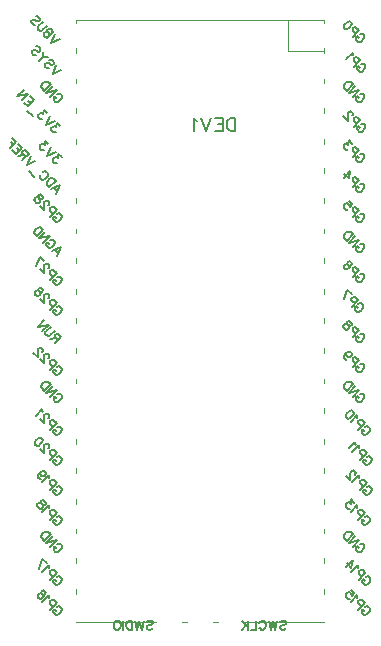
<source format=gbo>
G04 Layer: BottomSilkscreenLayer*
G04 EasyEDA v6.5.1, 2022-08-10 00:04:10*
G04 a67cddfb3fce44daa9051d46cbbcc19f,10*
G04 Gerber Generator version 0.2*
G04 Scale: 100 percent, Rotated: No, Reflected: No *
G04 Dimensions in millimeters *
G04 leading zeros omitted , absolute positions ,4 integer and 5 decimal *
%FSLAX45Y45*%
%MOMM*%

%ADD18C,0.1524*%
%ADD20C,0.1199*%
%ADD21C,0.1501*%

%LPD*%
D18*
X3800002Y9115338D02*
G01*
X3800002Y9006235D01*
X3800002Y9115338D02*
G01*
X3763634Y9115338D01*
X3748046Y9110144D01*
X3737658Y9099753D01*
X3732461Y9089362D01*
X3727267Y9073774D01*
X3727267Y9047797D01*
X3732461Y9032212D01*
X3737658Y9021820D01*
X3748046Y9011429D01*
X3763634Y9006235D01*
X3800002Y9006235D01*
X3692977Y9115338D02*
G01*
X3692977Y9006235D01*
X3692977Y9115338D02*
G01*
X3625435Y9115338D01*
X3692977Y9063385D02*
G01*
X3651412Y9063385D01*
X3692977Y9006235D02*
G01*
X3625435Y9006235D01*
X3591145Y9115338D02*
G01*
X3549581Y9006235D01*
X3508016Y9115338D02*
G01*
X3549581Y9006235D01*
X3473726Y9094556D02*
G01*
X3463338Y9099753D01*
X3447750Y9115338D01*
X3447750Y9006235D01*
D21*
X4863505Y9574974D02*
G01*
X4871410Y9577489D01*
X4881465Y9577489D01*
X4889370Y9574974D01*
X4899606Y9564735D01*
X4902121Y9556833D01*
X4902121Y9546775D01*
X4899606Y9538873D01*
X4894397Y9528634D01*
X4881465Y9515703D01*
X4871229Y9510496D01*
X4863505Y9508159D01*
X4853269Y9507981D01*
X4845545Y9510674D01*
X4835309Y9520913D01*
X4832614Y9528634D01*
X4832794Y9538873D01*
X4835128Y9546597D01*
X4842852Y9554319D01*
X4855784Y9541388D02*
G01*
X4842852Y9554319D01*
X4859555Y9604789D02*
G01*
X4805494Y9550727D01*
X4859555Y9604789D02*
G01*
X4836386Y9627956D01*
X4825969Y9632985D01*
X4820940Y9632985D01*
X4813038Y9630470D01*
X4805314Y9622749D01*
X4802979Y9615025D01*
X4802799Y9609818D01*
X4808009Y9599579D01*
X4831176Y9576412D01*
X4796154Y9647354D02*
G01*
X4793640Y9655258D01*
X4793640Y9670704D01*
X4739579Y9616643D01*
X4863505Y9065958D02*
G01*
X4871410Y9068473D01*
X4881465Y9068473D01*
X4889370Y9065958D01*
X4899606Y9055719D01*
X4902121Y9047817D01*
X4902121Y9037759D01*
X4899606Y9029857D01*
X4894397Y9019618D01*
X4881465Y9006687D01*
X4871229Y9001480D01*
X4863505Y8999143D01*
X4853269Y8998965D01*
X4845545Y9001658D01*
X4835309Y9011897D01*
X4832614Y9019618D01*
X4832794Y9029857D01*
X4835128Y9037581D01*
X4842852Y9045303D01*
X4855784Y9032372D02*
G01*
X4842852Y9045303D01*
X4859555Y9095773D02*
G01*
X4805494Y9041711D01*
X4859555Y9095773D02*
G01*
X4836386Y9118940D01*
X4825969Y9123969D01*
X4820940Y9123969D01*
X4813038Y9121454D01*
X4805314Y9113733D01*
X4802979Y9106009D01*
X4802799Y9100802D01*
X4808009Y9090563D01*
X4831176Y9067396D01*
X4790945Y9138518D02*
G01*
X4793460Y9141033D01*
X4796154Y9148754D01*
X4796154Y9153784D01*
X4793640Y9161688D01*
X4783401Y9171924D01*
X4775499Y9174439D01*
X4770470Y9174439D01*
X4762748Y9171744D01*
X4757719Y9166717D01*
X4755024Y9158993D01*
X4752510Y9146062D01*
X4752510Y9094696D01*
X4716409Y9130794D01*
X4853571Y9827887D02*
G01*
X4861293Y9830579D01*
X4871532Y9830401D01*
X4879253Y9828065D01*
X4889670Y9817648D01*
X4892006Y9809924D01*
X4892184Y9799688D01*
X4889492Y9791964D01*
X4884463Y9781547D01*
X4871532Y9768616D01*
X4861112Y9763587D01*
X4853571Y9761072D01*
X4843152Y9761072D01*
X4835608Y9763587D01*
X4825192Y9774003D01*
X4822677Y9781547D01*
X4822677Y9791964D01*
X4825192Y9799507D01*
X4832916Y9807232D01*
X4845667Y9794478D02*
G01*
X4832916Y9807232D01*
X4849439Y9857879D02*
G01*
X4795377Y9803818D01*
X4849439Y9857879D02*
G01*
X4826271Y9881049D01*
X4816033Y9885898D01*
X4810823Y9886078D01*
X4803101Y9883383D01*
X4795377Y9875662D01*
X4792863Y9868118D01*
X4792863Y9862728D01*
X4797892Y9852672D01*
X4821062Y9829502D01*
X4781008Y9926309D02*
G01*
X4786038Y9915893D01*
X4783523Y9902962D01*
X4773287Y9887694D01*
X4765563Y9879972D01*
X4750117Y9869553D01*
X4737186Y9867038D01*
X4726950Y9872248D01*
X4721920Y9877277D01*
X4716711Y9887513D01*
X4719226Y9900447D01*
X4729642Y9915893D01*
X4737366Y9923614D01*
X4752632Y9933853D01*
X4765563Y9936368D01*
X4775982Y9931339D01*
X4781008Y9926309D01*
X4853571Y8811887D02*
G01*
X4861293Y8814579D01*
X4871532Y8814401D01*
X4879253Y8812065D01*
X4889670Y8801648D01*
X4892006Y8793924D01*
X4892184Y8783688D01*
X4889492Y8775964D01*
X4884463Y8765547D01*
X4871532Y8752616D01*
X4861112Y8747587D01*
X4853571Y8745072D01*
X4843152Y8745072D01*
X4835608Y8747587D01*
X4825192Y8758003D01*
X4822677Y8765547D01*
X4822677Y8775964D01*
X4825192Y8783507D01*
X4832916Y8791232D01*
X4845667Y8778478D02*
G01*
X4832916Y8791232D01*
X4849439Y8841879D02*
G01*
X4795377Y8787818D01*
X4849439Y8841879D02*
G01*
X4826271Y8865049D01*
X4816033Y8869898D01*
X4810823Y8870078D01*
X4803101Y8867383D01*
X4795377Y8859662D01*
X4792863Y8852118D01*
X4792863Y8846728D01*
X4797892Y8836672D01*
X4821062Y8813502D01*
X4791428Y8899893D02*
G01*
X4763048Y8928270D01*
X4757841Y8892169D01*
X4750117Y8899893D01*
X4742573Y8902407D01*
X4737186Y8902407D01*
X4726950Y8897198D01*
X4721920Y8892169D01*
X4716711Y8881932D01*
X4716711Y8871513D01*
X4721920Y8861277D01*
X4729642Y8853553D01*
X4739881Y8848346D01*
X4745088Y8848526D01*
X4752632Y8851038D01*
X4853571Y8557887D02*
G01*
X4861293Y8560579D01*
X4871532Y8560401D01*
X4879253Y8558065D01*
X4889670Y8547648D01*
X4892006Y8539924D01*
X4892184Y8529688D01*
X4889492Y8521964D01*
X4884463Y8511547D01*
X4871532Y8498616D01*
X4861112Y8493587D01*
X4853571Y8491072D01*
X4843152Y8491072D01*
X4835608Y8493587D01*
X4825192Y8504003D01*
X4822677Y8511547D01*
X4822677Y8521964D01*
X4825192Y8529507D01*
X4832916Y8537232D01*
X4845667Y8524478D02*
G01*
X4832916Y8537232D01*
X4849439Y8587879D02*
G01*
X4795377Y8533818D01*
X4849439Y8587879D02*
G01*
X4826271Y8611049D01*
X4816033Y8615898D01*
X4810823Y8616078D01*
X4803101Y8613383D01*
X4795377Y8605662D01*
X4792863Y8598118D01*
X4792863Y8592728D01*
X4797892Y8582672D01*
X4821062Y8559502D01*
X4770772Y8666548D02*
G01*
X4760356Y8604763D01*
X4721920Y8643198D01*
X4770772Y8666548D02*
G01*
X4716711Y8612487D01*
X4853571Y8303887D02*
G01*
X4861293Y8306579D01*
X4871532Y8306401D01*
X4879253Y8304065D01*
X4889670Y8293648D01*
X4892006Y8285924D01*
X4892184Y8275688D01*
X4889492Y8267964D01*
X4884463Y8257547D01*
X4871532Y8244616D01*
X4861112Y8239587D01*
X4853571Y8237072D01*
X4843152Y8237072D01*
X4835608Y8239587D01*
X4825192Y8250003D01*
X4822677Y8257547D01*
X4822677Y8267964D01*
X4825192Y8275507D01*
X4832916Y8283232D01*
X4845667Y8270478D02*
G01*
X4832916Y8283232D01*
X4849439Y8333879D02*
G01*
X4795377Y8279818D01*
X4849439Y8333879D02*
G01*
X4826271Y8357049D01*
X4816033Y8361898D01*
X4810823Y8362078D01*
X4803101Y8359383D01*
X4795377Y8351662D01*
X4792863Y8344118D01*
X4792863Y8338728D01*
X4797892Y8328672D01*
X4821062Y8305502D01*
X4765743Y8417575D02*
G01*
X4791428Y8391893D01*
X4770772Y8366208D01*
X4770772Y8371238D01*
X4765563Y8381476D01*
X4757841Y8389198D01*
X4747602Y8394407D01*
X4737186Y8394407D01*
X4726950Y8389198D01*
X4721920Y8384169D01*
X4716711Y8373932D01*
X4716711Y8363513D01*
X4721920Y8353277D01*
X4729642Y8345553D01*
X4739881Y8340346D01*
X4745088Y8340526D01*
X4752632Y8343038D01*
X4853571Y7795887D02*
G01*
X4861293Y7798579D01*
X4871532Y7798401D01*
X4879253Y7796065D01*
X4889670Y7785648D01*
X4892006Y7777924D01*
X4892184Y7767688D01*
X4889492Y7759964D01*
X4884463Y7749547D01*
X4871532Y7736616D01*
X4861112Y7731587D01*
X4853571Y7729072D01*
X4843152Y7729072D01*
X4835608Y7731587D01*
X4825192Y7742003D01*
X4822677Y7749547D01*
X4822677Y7759964D01*
X4825192Y7767507D01*
X4832916Y7775232D01*
X4845667Y7762478D02*
G01*
X4832916Y7775232D01*
X4849439Y7825879D02*
G01*
X4795377Y7771818D01*
X4849439Y7825879D02*
G01*
X4826271Y7849049D01*
X4816033Y7853898D01*
X4810823Y7854078D01*
X4803101Y7851383D01*
X4795377Y7843662D01*
X4792863Y7836118D01*
X4792863Y7830728D01*
X4797892Y7820672D01*
X4821062Y7797502D01*
X4758019Y7901853D02*
G01*
X4765563Y7904368D01*
X4775982Y7899339D01*
X4781008Y7894309D01*
X4786038Y7883893D01*
X4783523Y7870962D01*
X4773287Y7855694D01*
X4760356Y7842763D01*
X4747602Y7835038D01*
X4737186Y7835038D01*
X4726950Y7840248D01*
X4724435Y7842763D01*
X4719226Y7853001D01*
X4719406Y7863238D01*
X4724435Y7873654D01*
X4726950Y7876169D01*
X4737366Y7881198D01*
X4747602Y7881378D01*
X4757841Y7876169D01*
X4760356Y7873654D01*
X4765563Y7863418D01*
X4765563Y7853001D01*
X4760356Y7842763D01*
X4843472Y7545034D02*
G01*
X4851374Y7547549D01*
X4861433Y7547549D01*
X4869157Y7544854D01*
X4879393Y7534617D01*
X4882088Y7526893D01*
X4882268Y7516657D01*
X4879573Y7508933D01*
X4874364Y7498697D01*
X4861433Y7485766D01*
X4851196Y7480556D01*
X4843652Y7478041D01*
X4833236Y7478041D01*
X4825512Y7480736D01*
X4815276Y7490973D01*
X4812581Y7498697D01*
X4812761Y7508933D01*
X4815095Y7516657D01*
X4822817Y7524379D01*
X4835751Y7511448D02*
G01*
X4822817Y7524379D01*
X4839342Y7574668D02*
G01*
X4785461Y7520787D01*
X4839342Y7574668D02*
G01*
X4816172Y7597838D01*
X4805936Y7603048D01*
X4800907Y7603048D01*
X4793002Y7600533D01*
X4785281Y7592809D01*
X4782947Y7585087D01*
X4782766Y7579878D01*
X4787976Y7569639D01*
X4811143Y7546472D01*
X4750437Y7663573D02*
G01*
X4722238Y7584008D01*
X4786358Y7627653D02*
G01*
X4750437Y7663573D01*
X4853571Y7287887D02*
G01*
X4861293Y7290579D01*
X4871532Y7290401D01*
X4879253Y7288065D01*
X4889670Y7277648D01*
X4892006Y7269924D01*
X4892184Y7259688D01*
X4889492Y7251964D01*
X4884463Y7241547D01*
X4871532Y7228616D01*
X4861112Y7223587D01*
X4853571Y7221072D01*
X4843152Y7221072D01*
X4835608Y7223587D01*
X4825192Y7234003D01*
X4822677Y7241547D01*
X4822677Y7251964D01*
X4825192Y7259507D01*
X4832916Y7267232D01*
X4845667Y7254478D02*
G01*
X4832916Y7267232D01*
X4849439Y7317879D02*
G01*
X4795377Y7263818D01*
X4849439Y7317879D02*
G01*
X4826271Y7341049D01*
X4816033Y7345898D01*
X4810823Y7346078D01*
X4803101Y7343383D01*
X4795377Y7335662D01*
X4792863Y7328118D01*
X4792863Y7322728D01*
X4797892Y7312672D01*
X4821062Y7289502D01*
X4783703Y7383614D02*
G01*
X4788733Y7373198D01*
X4786218Y7365654D01*
X4781008Y7360447D01*
X4773287Y7357752D01*
X4765563Y7360447D01*
X4752812Y7368169D01*
X4742395Y7373198D01*
X4732157Y7373378D01*
X4724435Y7370683D01*
X4716711Y7362962D01*
X4714196Y7355418D01*
X4714196Y7350028D01*
X4719406Y7339792D01*
X4729642Y7329553D01*
X4739881Y7324346D01*
X4745088Y7324526D01*
X4752632Y7327038D01*
X4760356Y7334763D01*
X4763048Y7342487D01*
X4762870Y7352723D01*
X4757841Y7363139D01*
X4750117Y7375893D01*
X4747602Y7383437D01*
X4750117Y7391339D01*
X4755327Y7396548D01*
X4763048Y7398882D01*
X4773467Y7393853D01*
X4783703Y7383614D01*
X4853551Y7033892D02*
G01*
X4861275Y7036587D01*
X4871514Y7036407D01*
X4879235Y7034072D01*
X4889652Y7023656D01*
X4891989Y7015932D01*
X4892166Y7005695D01*
X4889474Y6997971D01*
X4884445Y6987555D01*
X4871692Y6974804D01*
X4861275Y6969775D01*
X4853551Y6967080D01*
X4843134Y6967080D01*
X4835591Y6969594D01*
X4825174Y6980011D01*
X4822659Y6987555D01*
X4822659Y6997971D01*
X4825354Y7005695D01*
X4833076Y7013417D01*
X4845829Y7000666D02*
G01*
X4833076Y7013417D01*
X4849421Y7063887D02*
G01*
X4795359Y7009825D01*
X4849421Y7063887D02*
G01*
X4826251Y7087057D01*
X4816015Y7091906D01*
X4810805Y7092086D01*
X4803084Y7089391D01*
X4795359Y7081669D01*
X4792845Y7074126D01*
X4792845Y7068736D01*
X4797874Y7058680D01*
X4821044Y7035510D01*
X4744890Y7132137D02*
G01*
X4739863Y7121720D01*
X4739863Y7111662D01*
X4745070Y7101425D01*
X4747585Y7098911D01*
X4757823Y7093701D01*
X4768060Y7093521D01*
X4778298Y7098731D01*
X4780991Y7101425D01*
X4786200Y7111662D01*
X4786020Y7121900D01*
X4780991Y7132317D01*
X4778476Y7134832D01*
X4768060Y7139861D01*
X4758001Y7139861D01*
X4744890Y7132137D01*
X4732139Y7119386D01*
X4721903Y7103760D01*
X4719208Y7091006D01*
X4724415Y7080770D01*
X4729624Y7075561D01*
X4739863Y7070354D01*
X4747585Y7073046D01*
X4901582Y6503299D02*
G01*
X4909306Y6505991D01*
X4919545Y6505813D01*
X4927447Y6503299D01*
X4937683Y6493060D01*
X4940020Y6485338D01*
X4940198Y6475100D01*
X4937506Y6467375D01*
X4932476Y6456959D01*
X4919545Y6444028D01*
X4909126Y6438999D01*
X4901582Y6436484D01*
X4891166Y6436484D01*
X4883622Y6438999D01*
X4873386Y6449237D01*
X4870691Y6456959D01*
X4870691Y6467375D01*
X4873205Y6474919D01*
X4880930Y6482643D01*
X4893861Y6469712D02*
G01*
X4880930Y6482643D01*
X4897452Y6533291D02*
G01*
X4843391Y6479230D01*
X4897452Y6533291D02*
G01*
X4874463Y6556281D01*
X4864046Y6561310D01*
X4858837Y6561490D01*
X4851115Y6558795D01*
X4843391Y6551074D01*
X4840876Y6543530D01*
X4840876Y6538140D01*
X4846086Y6527904D01*
X4869075Y6504914D01*
X4834051Y6575859D02*
G01*
X4831717Y6583580D01*
X4831717Y6599026D01*
X4777656Y6544965D01*
X4799208Y6631536D02*
G01*
X4804237Y6621119D01*
X4801722Y6608188D01*
X4791486Y6592920D01*
X4783762Y6585198D01*
X4768316Y6574779D01*
X4755385Y6572267D01*
X4745146Y6577474D01*
X4740120Y6582503D01*
X4734910Y6592742D01*
X4737425Y6605673D01*
X4747841Y6621119D01*
X4755565Y6628841D01*
X4770831Y6639079D01*
X4783762Y6641594D01*
X4794178Y6636565D01*
X4799208Y6631536D01*
X4916098Y6249388D02*
G01*
X4924000Y6251902D01*
X4934059Y6251902D01*
X4941961Y6249388D01*
X4952199Y6239149D01*
X4954714Y6231247D01*
X4954894Y6221011D01*
X4952199Y6213287D01*
X4946990Y6203050D01*
X4934059Y6190117D01*
X4923823Y6184910D01*
X4916279Y6182395D01*
X4905862Y6182395D01*
X4898138Y6185090D01*
X4887902Y6195326D01*
X4885207Y6203050D01*
X4885387Y6213287D01*
X4887722Y6221011D01*
X4895443Y6228732D01*
X4908377Y6215801D02*
G01*
X4895443Y6228732D01*
X4912146Y6279202D02*
G01*
X4858087Y6225141D01*
X4912146Y6279202D02*
G01*
X4888979Y6302372D01*
X4878562Y6307401D01*
X4873533Y6307401D01*
X4865629Y6304887D01*
X4857907Y6297162D01*
X4855573Y6289438D01*
X4855392Y6284231D01*
X4860602Y6273993D01*
X4883769Y6250825D01*
X4848748Y6321767D02*
G01*
X4846233Y6329672D01*
X4846233Y6345118D01*
X4792172Y6291056D01*
X4818933Y6351582D02*
G01*
X4816419Y6359486D01*
X4816419Y6374932D01*
X4762357Y6320871D01*
X4916098Y5995388D02*
G01*
X4924000Y5997902D01*
X4934059Y5997902D01*
X4941961Y5995388D01*
X4952199Y5985149D01*
X4954714Y5977247D01*
X4954894Y5967011D01*
X4952199Y5959287D01*
X4946990Y5949050D01*
X4934059Y5936117D01*
X4923823Y5930910D01*
X4916279Y5928395D01*
X4905862Y5928395D01*
X4898138Y5931090D01*
X4887902Y5941326D01*
X4885207Y5949050D01*
X4885387Y5959287D01*
X4887722Y5967011D01*
X4895443Y5974732D01*
X4908377Y5961801D02*
G01*
X4895443Y5974732D01*
X4912146Y6025202D02*
G01*
X4858087Y5971141D01*
X4912146Y6025202D02*
G01*
X4888979Y6048372D01*
X4878562Y6053401D01*
X4873533Y6053401D01*
X4865629Y6050887D01*
X4857907Y6043162D01*
X4855573Y6035438D01*
X4855392Y6030231D01*
X4860602Y6019993D01*
X4883769Y5996825D01*
X4848748Y6067767D02*
G01*
X4846233Y6075672D01*
X4846233Y6091118D01*
X4792172Y6037056D01*
X4813904Y6097582D02*
G01*
X4816419Y6100097D01*
X4818933Y6108001D01*
X4818933Y6113028D01*
X4816419Y6120932D01*
X4806180Y6131168D01*
X4798278Y6133683D01*
X4793249Y6133683D01*
X4785525Y6130991D01*
X4780498Y6125961D01*
X4777803Y6118237D01*
X4775288Y6105306D01*
X4775288Y6053940D01*
X4739187Y6090041D01*
X4901582Y5741299D02*
G01*
X4909306Y5743991D01*
X4919545Y5743813D01*
X4927447Y5741299D01*
X4937683Y5731060D01*
X4940020Y5723338D01*
X4940198Y5713100D01*
X4937506Y5705375D01*
X4932476Y5694959D01*
X4919545Y5682028D01*
X4909126Y5676999D01*
X4901582Y5674484D01*
X4891166Y5674484D01*
X4883622Y5676999D01*
X4873386Y5687237D01*
X4870691Y5694959D01*
X4870691Y5705375D01*
X4873205Y5712919D01*
X4880930Y5720643D01*
X4893861Y5707712D02*
G01*
X4880930Y5720643D01*
X4897452Y5771291D02*
G01*
X4843391Y5717230D01*
X4897452Y5771291D02*
G01*
X4874463Y5794281D01*
X4864046Y5799310D01*
X4858837Y5799490D01*
X4851115Y5796795D01*
X4843391Y5789074D01*
X4840876Y5781530D01*
X4840876Y5776140D01*
X4846086Y5765904D01*
X4869075Y5742914D01*
X4834051Y5813859D02*
G01*
X4831717Y5821580D01*
X4831717Y5837026D01*
X4777656Y5782965D01*
X4809627Y5859119D02*
G01*
X4781247Y5887496D01*
X4776040Y5851395D01*
X4768316Y5859119D01*
X4760772Y5861634D01*
X4755385Y5861634D01*
X4745146Y5856424D01*
X4740120Y5851395D01*
X4734910Y5841159D01*
X4734910Y5830742D01*
X4740120Y5820503D01*
X4747841Y5812779D01*
X4758080Y5807572D01*
X4763287Y5807753D01*
X4770831Y5810267D01*
X4906162Y5233316D02*
G01*
X4913886Y5236009D01*
X4924122Y5235831D01*
X4932027Y5233316D01*
X4942263Y5223078D01*
X4944778Y5215176D01*
X4944778Y5205117D01*
X4942085Y5197396D01*
X4937056Y5186977D01*
X4924122Y5174046D01*
X4913706Y5169016D01*
X4906162Y5166502D01*
X4895926Y5166324D01*
X4888202Y5169016D01*
X4877965Y5179255D01*
X4875270Y5186977D01*
X4875270Y5197396D01*
X4877785Y5204937D01*
X4885509Y5212661D01*
X4898440Y5199730D02*
G01*
X4885509Y5212661D01*
X4902212Y5263131D02*
G01*
X4848151Y5209070D01*
X4902212Y5263131D02*
G01*
X4879042Y5286298D01*
X4868626Y5291328D01*
X4863416Y5291508D01*
X4855695Y5288813D01*
X4847970Y5281091D01*
X4845456Y5273547D01*
X4845456Y5268160D01*
X4850665Y5257921D01*
X4873833Y5234752D01*
X4838811Y5305696D02*
G01*
X4836297Y5313598D01*
X4836297Y5329044D01*
X4782235Y5274985D01*
X4793551Y5371792D02*
G01*
X4783134Y5310007D01*
X4744697Y5348442D01*
X4793551Y5371792D02*
G01*
X4739490Y5317731D01*
X4901582Y4979299D02*
G01*
X4909306Y4981991D01*
X4919545Y4981813D01*
X4927447Y4979299D01*
X4937683Y4969060D01*
X4940020Y4961338D01*
X4940198Y4951100D01*
X4937506Y4943375D01*
X4932476Y4932959D01*
X4919545Y4920028D01*
X4909126Y4914999D01*
X4901582Y4912484D01*
X4891166Y4912484D01*
X4883622Y4914999D01*
X4873386Y4925237D01*
X4870691Y4932959D01*
X4870691Y4943375D01*
X4873205Y4950919D01*
X4880930Y4958643D01*
X4893861Y4945712D02*
G01*
X4880930Y4958643D01*
X4897452Y5009291D02*
G01*
X4843391Y4955230D01*
X4897452Y5009291D02*
G01*
X4874463Y5032281D01*
X4864046Y5037310D01*
X4858837Y5037490D01*
X4851115Y5034795D01*
X4843391Y5027074D01*
X4840876Y5019530D01*
X4840876Y5014140D01*
X4846086Y5003904D01*
X4869075Y4980914D01*
X4834051Y5051859D02*
G01*
X4831717Y5059580D01*
X4831717Y5075026D01*
X4777656Y5020965D01*
X4783942Y5122801D02*
G01*
X4809627Y5097119D01*
X4788971Y5071435D01*
X4788971Y5076464D01*
X4783762Y5086703D01*
X4776040Y5094424D01*
X4765802Y5099634D01*
X4755385Y5099634D01*
X4745146Y5094424D01*
X4740120Y5089395D01*
X4734910Y5079159D01*
X4734910Y5068742D01*
X4740120Y5058503D01*
X4747841Y5050779D01*
X4758080Y5045572D01*
X4763287Y5045753D01*
X4770831Y5048267D01*
X2290739Y4979352D02*
G01*
X2298644Y4981867D01*
X2308699Y4981867D01*
X2316604Y4979352D01*
X2326840Y4969113D01*
X2329355Y4961211D01*
X2329355Y4951153D01*
X2326840Y4943251D01*
X2321631Y4933012D01*
X2308699Y4920081D01*
X2298463Y4914874D01*
X2290739Y4912537D01*
X2280503Y4912360D01*
X2272779Y4915052D01*
X2262543Y4925291D01*
X2259848Y4933012D01*
X2260028Y4943251D01*
X2262362Y4950975D01*
X2270086Y4958697D01*
X2283018Y4945766D02*
G01*
X2270086Y4958697D01*
X2286789Y5009167D02*
G01*
X2232728Y4955105D01*
X2286789Y5009167D02*
G01*
X2263620Y5032334D01*
X2253203Y5037363D01*
X2248174Y5037363D01*
X2240272Y5034848D01*
X2232548Y5027127D01*
X2230213Y5019403D01*
X2230033Y5014196D01*
X2235243Y5003957D01*
X2258410Y4980790D01*
X2223388Y5051732D02*
G01*
X2220874Y5059636D01*
X2220874Y5075082D01*
X2166813Y5021021D01*
X2165375Y5115133D02*
G01*
X2172919Y5117647D01*
X2183335Y5112618D01*
X2188545Y5107411D01*
X2193574Y5096992D01*
X2190879Y5084241D01*
X2180821Y5068796D01*
X2167890Y5055864D01*
X2154958Y5048321D01*
X2144720Y5048140D01*
X2134483Y5053350D01*
X2131788Y5056042D01*
X2126581Y5066281D01*
X2126759Y5076517D01*
X2131969Y5086756D01*
X2134483Y5089270D01*
X2144720Y5094478D01*
X2154958Y5094658D01*
X2165195Y5089448D01*
X2167890Y5086756D01*
X2173099Y5076517D01*
X2172919Y5066281D01*
X2167890Y5055864D01*
X2290739Y5233352D02*
G01*
X2298644Y5235867D01*
X2308699Y5235867D01*
X2316604Y5233352D01*
X2326840Y5223113D01*
X2329355Y5215211D01*
X2329355Y5205153D01*
X2326840Y5197251D01*
X2321631Y5187012D01*
X2308699Y5174081D01*
X2298463Y5168874D01*
X2290739Y5166537D01*
X2280503Y5166360D01*
X2272779Y5169052D01*
X2262543Y5179291D01*
X2259848Y5187012D01*
X2260028Y5197251D01*
X2262362Y5204975D01*
X2270086Y5212697D01*
X2283018Y5199766D02*
G01*
X2270086Y5212697D01*
X2286789Y5263167D02*
G01*
X2232728Y5209105D01*
X2286789Y5263167D02*
G01*
X2263620Y5286334D01*
X2253203Y5291363D01*
X2248174Y5291363D01*
X2240272Y5288848D01*
X2232548Y5281127D01*
X2230213Y5273403D01*
X2230033Y5268196D01*
X2235243Y5257957D01*
X2258410Y5234790D01*
X2223388Y5305732D02*
G01*
X2220874Y5313636D01*
X2220874Y5329082D01*
X2166813Y5275021D01*
X2167890Y5382064D02*
G01*
X2139513Y5302321D01*
X2203991Y5345963D02*
G01*
X2167890Y5382064D01*
X2290739Y5741352D02*
G01*
X2298644Y5743867D01*
X2308699Y5743867D01*
X2316604Y5741352D01*
X2326840Y5731113D01*
X2329355Y5723211D01*
X2329355Y5713153D01*
X2326840Y5705251D01*
X2321631Y5695012D01*
X2308699Y5682081D01*
X2298463Y5676874D01*
X2290739Y5674537D01*
X2280503Y5674360D01*
X2272779Y5677052D01*
X2262543Y5687291D01*
X2259848Y5695012D01*
X2260028Y5705251D01*
X2262362Y5712975D01*
X2270086Y5720697D01*
X2283018Y5707766D02*
G01*
X2270086Y5720697D01*
X2286789Y5771167D02*
G01*
X2232728Y5717105D01*
X2286789Y5771167D02*
G01*
X2263620Y5794334D01*
X2253203Y5799363D01*
X2248174Y5799363D01*
X2240272Y5796848D01*
X2232548Y5789127D01*
X2230213Y5781403D01*
X2230033Y5776196D01*
X2235243Y5765957D01*
X2258410Y5742790D01*
X2223388Y5813732D02*
G01*
X2220874Y5821636D01*
X2220874Y5837082D01*
X2166813Y5783021D01*
X2191059Y5866897D02*
G01*
X2196089Y5856478D01*
X2193574Y5848936D01*
X2188364Y5843727D01*
X2180643Y5841032D01*
X2172919Y5843727D01*
X2160168Y5851448D01*
X2149749Y5856478D01*
X2139693Y5856478D01*
X2131788Y5853963D01*
X2124067Y5846241D01*
X2121730Y5838517D01*
X2121552Y5833310D01*
X2126759Y5823071D01*
X2136998Y5812835D01*
X2147234Y5807626D01*
X2152444Y5807806D01*
X2160168Y5810140D01*
X2167890Y5817864D01*
X2170404Y5825766D01*
X2170404Y5835825D01*
X2165375Y5846241D01*
X2157473Y5859172D01*
X2154958Y5866716D01*
X2157653Y5874438D01*
X2162860Y5879647D01*
X2170404Y5882162D01*
X2180821Y5877133D01*
X2191059Y5866897D01*
X2290739Y5995352D02*
G01*
X2298644Y5997867D01*
X2308699Y5997867D01*
X2316604Y5995352D01*
X2326840Y5985113D01*
X2329355Y5977211D01*
X2329355Y5967153D01*
X2326840Y5959251D01*
X2321631Y5949012D01*
X2308699Y5936081D01*
X2298463Y5930874D01*
X2290739Y5928537D01*
X2280503Y5928360D01*
X2272779Y5931052D01*
X2262543Y5941291D01*
X2259848Y5949012D01*
X2260028Y5959251D01*
X2262362Y5966975D01*
X2270086Y5974697D01*
X2283018Y5961766D02*
G01*
X2270086Y5974697D01*
X2286789Y6025167D02*
G01*
X2232728Y5971105D01*
X2286789Y6025167D02*
G01*
X2263620Y6048334D01*
X2253203Y6053363D01*
X2248174Y6053363D01*
X2240272Y6050848D01*
X2232548Y6043127D01*
X2230213Y6035403D01*
X2230033Y6030196D01*
X2235243Y6019957D01*
X2258410Y5996790D01*
X2223388Y6067732D02*
G01*
X2220874Y6075636D01*
X2220874Y6091082D01*
X2166813Y6037021D01*
X2152444Y6123231D02*
G01*
X2147234Y6112992D01*
X2147234Y6102936D01*
X2152263Y6092517D01*
X2154958Y6089825D01*
X2165375Y6084796D01*
X2175433Y6084796D01*
X2185850Y6089825D01*
X2188545Y6092517D01*
X2193574Y6102936D01*
X2193574Y6112992D01*
X2188545Y6123411D01*
X2185850Y6126104D01*
X2175433Y6131133D01*
X2165375Y6131133D01*
X2152444Y6123231D01*
X2139693Y6110478D01*
X2129274Y6095032D01*
X2126581Y6082281D01*
X2131788Y6072042D01*
X2136998Y6066835D01*
X2147234Y6061626D01*
X2154958Y6064321D01*
X2290739Y6249352D02*
G01*
X2298644Y6251867D01*
X2308699Y6251867D01*
X2316604Y6249352D01*
X2326840Y6239113D01*
X2329355Y6231211D01*
X2329355Y6221153D01*
X2326840Y6213251D01*
X2321631Y6203012D01*
X2308699Y6190081D01*
X2298463Y6184874D01*
X2290739Y6182537D01*
X2280503Y6182360D01*
X2272779Y6185052D01*
X2262543Y6195291D01*
X2259848Y6203012D01*
X2260028Y6213251D01*
X2262362Y6220975D01*
X2270086Y6228697D01*
X2283018Y6215766D02*
G01*
X2270086Y6228697D01*
X2286789Y6279167D02*
G01*
X2232728Y6225105D01*
X2286789Y6279167D02*
G01*
X2263620Y6302334D01*
X2253203Y6307363D01*
X2248174Y6307363D01*
X2240272Y6304848D01*
X2232548Y6297127D01*
X2230213Y6289403D01*
X2230033Y6284196D01*
X2235243Y6273957D01*
X2258410Y6250790D01*
X2218179Y6321912D02*
G01*
X2220694Y6324427D01*
X2223388Y6332148D01*
X2223388Y6337178D01*
X2220874Y6345082D01*
X2210635Y6355318D01*
X2202733Y6357833D01*
X2197704Y6357833D01*
X2189982Y6355138D01*
X2184953Y6350111D01*
X2182258Y6342387D01*
X2179744Y6329456D01*
X2179744Y6278090D01*
X2143643Y6314188D01*
X2165375Y6400579D02*
G01*
X2170404Y6390162D01*
X2167709Y6377411D01*
X2157653Y6361963D01*
X2149929Y6354241D01*
X2134303Y6344003D01*
X2121552Y6341310D01*
X2111314Y6346517D01*
X2106107Y6351727D01*
X2100897Y6361963D01*
X2103592Y6374716D01*
X2113828Y6390342D01*
X2121552Y6398064D01*
X2136998Y6408122D01*
X2149749Y6410817D01*
X2160168Y6405788D01*
X2165375Y6400579D01*
X2290739Y6502336D02*
G01*
X2298644Y6504851D01*
X2308699Y6504851D01*
X2316604Y6502336D01*
X2326840Y6492097D01*
X2329355Y6484195D01*
X2329355Y6474137D01*
X2326840Y6466235D01*
X2321631Y6455996D01*
X2308699Y6443065D01*
X2298463Y6437858D01*
X2290739Y6435521D01*
X2280503Y6435344D01*
X2272779Y6438036D01*
X2262543Y6448275D01*
X2259848Y6455996D01*
X2260028Y6466235D01*
X2262362Y6473959D01*
X2270086Y6481681D01*
X2283018Y6468750D02*
G01*
X2270086Y6481681D01*
X2286789Y6532151D02*
G01*
X2232728Y6478089D01*
X2286789Y6532151D02*
G01*
X2263620Y6555318D01*
X2253203Y6560347D01*
X2248174Y6560347D01*
X2240272Y6557832D01*
X2232548Y6550111D01*
X2230213Y6542387D01*
X2230033Y6537180D01*
X2235243Y6526941D01*
X2258410Y6503774D01*
X2218179Y6574896D02*
G01*
X2220694Y6577411D01*
X2223388Y6585132D01*
X2223388Y6590162D01*
X2220874Y6598066D01*
X2210635Y6608302D01*
X2202733Y6610817D01*
X2197704Y6610817D01*
X2189982Y6608122D01*
X2184953Y6603095D01*
X2182258Y6595371D01*
X2179744Y6582440D01*
X2179744Y6531074D01*
X2143643Y6567172D01*
X2170404Y6627700D02*
G01*
X2167890Y6635602D01*
X2167890Y6651048D01*
X2113828Y6596987D01*
X2290739Y7011352D02*
G01*
X2298644Y7013867D01*
X2308699Y7013867D01*
X2316604Y7011352D01*
X2326840Y7001113D01*
X2329355Y6993211D01*
X2329355Y6983153D01*
X2326840Y6975251D01*
X2321631Y6965012D01*
X2308699Y6952081D01*
X2298463Y6946874D01*
X2290739Y6944537D01*
X2280503Y6944360D01*
X2272779Y6947052D01*
X2262543Y6957291D01*
X2259848Y6965012D01*
X2260028Y6975251D01*
X2262362Y6982975D01*
X2270086Y6990697D01*
X2283018Y6977766D02*
G01*
X2270086Y6990697D01*
X2286789Y7041167D02*
G01*
X2232728Y6987105D01*
X2286789Y7041167D02*
G01*
X2263620Y7064334D01*
X2253203Y7069363D01*
X2248174Y7069363D01*
X2240272Y7066848D01*
X2232548Y7059127D01*
X2230213Y7051403D01*
X2230033Y7046196D01*
X2235243Y7035957D01*
X2258410Y7012790D01*
X2218179Y7083912D02*
G01*
X2220694Y7086427D01*
X2223388Y7094148D01*
X2223388Y7099178D01*
X2220874Y7107082D01*
X2210635Y7117318D01*
X2202733Y7119833D01*
X2197704Y7119833D01*
X2189982Y7117138D01*
X2184953Y7112111D01*
X2182258Y7104387D01*
X2179744Y7091456D01*
X2179744Y7040090D01*
X2143643Y7076188D01*
X2165195Y7136897D02*
G01*
X2167709Y7139411D01*
X2170404Y7147133D01*
X2170404Y7152162D01*
X2167890Y7160064D01*
X2157653Y7170303D01*
X2149749Y7172817D01*
X2144720Y7172817D01*
X2136998Y7170122D01*
X2131969Y7165093D01*
X2129274Y7157372D01*
X2126759Y7144438D01*
X2126759Y7093071D01*
X2090661Y7129172D01*
X2325029Y7262309D02*
G01*
X2270968Y7208248D01*
X2325029Y7262309D02*
G01*
X2301859Y7285479D01*
X2291443Y7290508D01*
X2286414Y7290508D01*
X2278692Y7287813D01*
X2273663Y7282784D01*
X2270968Y7275062D01*
X2270968Y7270033D01*
X2275997Y7259617D01*
X2299167Y7236447D01*
X2281207Y7254407D02*
G01*
X2235047Y7244171D01*
X2272045Y7315293D02*
G01*
X2233432Y7276678D01*
X2223193Y7271471D01*
X2212776Y7271471D01*
X2202538Y7276678D01*
X2197508Y7281707D01*
X2192301Y7291946D01*
X2192301Y7302362D01*
X2197508Y7312599D01*
X2236124Y7351214D01*
X2219063Y7368278D02*
G01*
X2165002Y7314217D01*
X2219063Y7368278D02*
G01*
X2129081Y7350137D01*
X2183142Y7404199D02*
G01*
X2129081Y7350137D01*
X2290739Y7519352D02*
G01*
X2298644Y7521867D01*
X2308699Y7521867D01*
X2316604Y7519352D01*
X2326840Y7509113D01*
X2329355Y7501211D01*
X2329355Y7491153D01*
X2326840Y7483251D01*
X2321631Y7473012D01*
X2308699Y7460081D01*
X2298463Y7454874D01*
X2290739Y7452537D01*
X2280503Y7452360D01*
X2272779Y7455052D01*
X2262543Y7465291D01*
X2259848Y7473012D01*
X2260028Y7483251D01*
X2262362Y7490975D01*
X2270086Y7498697D01*
X2283018Y7485766D02*
G01*
X2270086Y7498697D01*
X2286789Y7549167D02*
G01*
X2232728Y7495105D01*
X2286789Y7549167D02*
G01*
X2263620Y7572334D01*
X2253203Y7577363D01*
X2248174Y7577363D01*
X2240272Y7574848D01*
X2232548Y7567127D01*
X2230213Y7559403D01*
X2230033Y7554196D01*
X2235243Y7543957D01*
X2258410Y7520790D01*
X2218179Y7591912D02*
G01*
X2220694Y7594427D01*
X2223388Y7602148D01*
X2223388Y7607178D01*
X2220874Y7615082D01*
X2210635Y7625318D01*
X2202733Y7627833D01*
X2197704Y7627833D01*
X2189982Y7625138D01*
X2184953Y7620111D01*
X2182258Y7612387D01*
X2179744Y7599456D01*
X2179744Y7548090D01*
X2143643Y7584188D01*
X2142208Y7678303D02*
G01*
X2149749Y7680817D01*
X2160168Y7675788D01*
X2165375Y7670579D01*
X2170404Y7660162D01*
X2167709Y7647411D01*
X2157653Y7631963D01*
X2144720Y7619032D01*
X2131788Y7611488D01*
X2121552Y7611310D01*
X2111314Y7616517D01*
X2108799Y7619032D01*
X2103592Y7629270D01*
X2103592Y7639687D01*
X2108799Y7649923D01*
X2111314Y7652438D01*
X2121552Y7657647D01*
X2131969Y7657647D01*
X2142208Y7652438D01*
X2144720Y7649923D01*
X2149929Y7639687D01*
X2149749Y7629448D01*
X2144720Y7619032D01*
X2290739Y7772336D02*
G01*
X2298644Y7774851D01*
X2308699Y7774851D01*
X2316604Y7772336D01*
X2326840Y7762097D01*
X2329355Y7754195D01*
X2329355Y7744137D01*
X2326840Y7736235D01*
X2321631Y7725996D01*
X2308699Y7713065D01*
X2298463Y7707858D01*
X2290739Y7705521D01*
X2280503Y7705344D01*
X2272779Y7708036D01*
X2262543Y7718275D01*
X2259848Y7725996D01*
X2260028Y7736235D01*
X2262362Y7743959D01*
X2270086Y7751681D01*
X2283018Y7738750D02*
G01*
X2270086Y7751681D01*
X2286789Y7802151D02*
G01*
X2232728Y7748089D01*
X2286789Y7802151D02*
G01*
X2263620Y7825318D01*
X2253203Y7830347D01*
X2248174Y7830347D01*
X2240272Y7827832D01*
X2232548Y7820111D01*
X2230213Y7812387D01*
X2230033Y7807180D01*
X2235243Y7796941D01*
X2258410Y7773774D01*
X2218179Y7844896D02*
G01*
X2220694Y7847411D01*
X2223388Y7855132D01*
X2223388Y7860162D01*
X2220874Y7868066D01*
X2210635Y7878302D01*
X2202733Y7880817D01*
X2197704Y7880817D01*
X2189982Y7878122D01*
X2184953Y7873095D01*
X2182258Y7865371D01*
X2179744Y7852440D01*
X2179744Y7801074D01*
X2143643Y7837172D01*
X2144720Y7944218D02*
G01*
X2116523Y7864294D01*
X2180821Y7908117D02*
G01*
X2144720Y7944218D01*
X2290739Y8306752D02*
G01*
X2298644Y8309267D01*
X2308699Y8309267D01*
X2316604Y8306752D01*
X2326840Y8296513D01*
X2329355Y8288611D01*
X2329355Y8278553D01*
X2326840Y8270651D01*
X2321631Y8260412D01*
X2308699Y8247481D01*
X2298463Y8242274D01*
X2290739Y8239937D01*
X2280503Y8239760D01*
X2272779Y8242452D01*
X2262543Y8252691D01*
X2259848Y8260412D01*
X2260028Y8270651D01*
X2262362Y8278375D01*
X2270086Y8286097D01*
X2283018Y8273166D02*
G01*
X2270086Y8286097D01*
X2286789Y8336567D02*
G01*
X2232728Y8282505D01*
X2286789Y8336567D02*
G01*
X2263620Y8359734D01*
X2253203Y8364763D01*
X2248174Y8364763D01*
X2240272Y8362248D01*
X2232548Y8354527D01*
X2230213Y8346803D01*
X2230033Y8341596D01*
X2235243Y8331357D01*
X2258410Y8308190D01*
X2218179Y8379312D02*
G01*
X2220694Y8381827D01*
X2223388Y8389548D01*
X2223388Y8394578D01*
X2220874Y8402482D01*
X2210635Y8412718D01*
X2202733Y8415233D01*
X2197704Y8415233D01*
X2189982Y8412538D01*
X2184953Y8407511D01*
X2182258Y8399787D01*
X2179744Y8386856D01*
X2179744Y8335490D01*
X2143643Y8371588D01*
X2167890Y8455464D02*
G01*
X2172919Y8445047D01*
X2170404Y8437504D01*
X2165195Y8432297D01*
X2157473Y8429602D01*
X2149929Y8432116D01*
X2136998Y8440018D01*
X2126581Y8445047D01*
X2116523Y8445047D01*
X2108621Y8442533D01*
X2100897Y8434811D01*
X2098563Y8427087D01*
X2098382Y8421878D01*
X2103592Y8411641D01*
X2113828Y8401403D01*
X2124067Y8396196D01*
X2129274Y8396373D01*
X2136998Y8398710D01*
X2144720Y8406432D01*
X2147234Y8414336D01*
X2147234Y8424392D01*
X2142208Y8434811D01*
X2134483Y8447562D01*
X2131788Y8455286D01*
X2134483Y8463008D01*
X2139693Y8468217D01*
X2147234Y8470732D01*
X2157653Y8465703D01*
X2167890Y8455464D01*
X2317399Y8546627D02*
G01*
X2284171Y8472091D01*
X2317399Y8546627D02*
G01*
X2243043Y8513221D01*
X2294409Y8497775D02*
G01*
X2268725Y8523460D01*
X2279860Y8584166D02*
G01*
X2225979Y8530285D01*
X2279860Y8584166D02*
G01*
X2261900Y8602126D01*
X2251664Y8607333D01*
X2241425Y8607513D01*
X2233703Y8604818D01*
X2223465Y8599611D01*
X2210534Y8586680D01*
X2205324Y8576442D01*
X2202809Y8568898D01*
X2202809Y8558481D01*
X2208019Y8548245D01*
X2225979Y8530285D01*
X2175690Y8662832D02*
G01*
X2183414Y8665527D01*
X2193650Y8665347D01*
X2201194Y8662832D01*
X2211433Y8652596D01*
X2214125Y8644872D01*
X2214305Y8634633D01*
X2211611Y8626911D01*
X2206404Y8616673D01*
X2193472Y8603742D01*
X2183234Y8598535D01*
X2175690Y8596020D01*
X2165273Y8596020D01*
X2157549Y8598712D01*
X2147313Y8608951D01*
X2144798Y8616495D01*
X2144798Y8626911D01*
X2147313Y8634455D01*
X2099538Y8620805D02*
G01*
X2053201Y8667142D01*
X2108159Y8755867D02*
G01*
X2033623Y8722641D01*
X2067029Y8796997D02*
G01*
X2033623Y8722641D01*
X2049967Y8814059D02*
G01*
X1996086Y8760178D01*
X2049967Y8814059D02*
G01*
X2026798Y8837228D01*
X2016561Y8842438D01*
X2011532Y8842438D01*
X2003808Y8839743D01*
X1998779Y8834714D01*
X1996086Y8826992D01*
X1996086Y8821963D01*
X2001113Y8811544D01*
X2024283Y8788377D01*
X2006323Y8806337D02*
G01*
X1960163Y8796098D01*
X1996983Y8867043D02*
G01*
X1943102Y8813162D01*
X1996983Y8867043D02*
G01*
X1963577Y8900449D01*
X1971299Y8841359D02*
G01*
X1950824Y8861833D01*
X1943102Y8813162D02*
G01*
X1909696Y8846568D01*
X1946694Y8917332D02*
G01*
X1892813Y8863451D01*
X1946694Y8917332D02*
G01*
X1913288Y8950739D01*
X1921009Y8891648D02*
G01*
X1900356Y8912303D01*
X2329840Y8784318D02*
G01*
X2301460Y8812695D01*
X2296431Y8776774D01*
X2288710Y8784498D01*
X2280986Y8786832D01*
X2275779Y8787013D01*
X2265540Y8781803D01*
X2260333Y8776596D01*
X2255123Y8766357D01*
X2255304Y8756121D01*
X2260333Y8745702D01*
X2268054Y8737980D01*
X2278471Y8732951D01*
X2283500Y8732951D01*
X2291224Y8735646D01*
X2282065Y8832093D02*
G01*
X2207348Y8798687D01*
X2240754Y8873403D02*
G01*
X2207348Y8798687D01*
X2218664Y8895494D02*
G01*
X2190465Y8923693D01*
X2185436Y8887769D01*
X2177714Y8895494D01*
X2169810Y8898008D01*
X2164781Y8898008D01*
X2154364Y8892979D01*
X2149157Y8887769D01*
X2144128Y8877353D01*
X2144128Y8867294D01*
X2149157Y8856878D01*
X2156879Y8849156D01*
X2167295Y8844127D01*
X2172505Y8843947D01*
X2180229Y8846642D01*
X2317686Y9046491D02*
G01*
X2289489Y9074691D01*
X2284280Y9038589D01*
X2276558Y9046314D01*
X2268834Y9049006D01*
X2263805Y9049006D01*
X2253388Y9043977D01*
X2248179Y9038770D01*
X2243152Y9028353D01*
X2243152Y9018295D01*
X2248179Y9007878D01*
X2255903Y9000154D01*
X2266320Y8995125D01*
X2271349Y8995125D01*
X2279251Y8997640D01*
X2269911Y9094266D02*
G01*
X2195197Y9060860D01*
X2228783Y9135397D02*
G01*
X2195197Y9060860D01*
X2206691Y9157489D02*
G01*
X2178314Y9185866D01*
X2173104Y9149765D01*
X2165383Y9157489D01*
X2157658Y9160182D01*
X2152629Y9160182D01*
X2142393Y9154975D01*
X2137183Y9149765D01*
X2131976Y9139529D01*
X2132154Y9129290D01*
X2137183Y9118874D01*
X2144908Y9111150D01*
X2155324Y9106120D01*
X2160353Y9106120D01*
X2168075Y9108815D01*
X2086716Y9133420D02*
G01*
X2040557Y9179580D01*
X2095515Y9268665D02*
G01*
X2041453Y9214604D01*
X2095515Y9268665D02*
G01*
X2062109Y9302071D01*
X2069833Y9242981D02*
G01*
X2049358Y9263456D01*
X2041453Y9214604D02*
G01*
X2008047Y9248010D01*
X2045047Y9319133D02*
G01*
X1990986Y9265071D01*
X2045047Y9319133D02*
G01*
X1955065Y9300992D01*
X2009127Y9355053D02*
G01*
X1955065Y9300992D01*
X2327429Y9525571D02*
G01*
X2253073Y9492165D01*
X2286299Y9566701D02*
G01*
X2253073Y9492165D01*
X2225774Y9612139D02*
G01*
X2236010Y9611961D01*
X2246249Y9606752D01*
X2256485Y9596516D01*
X2261694Y9586277D01*
X2261875Y9576041D01*
X2256665Y9570831D01*
X2248943Y9568136D01*
X2243734Y9568317D01*
X2236190Y9570831D01*
X2215535Y9581070D01*
X2207813Y9583762D01*
X2202604Y9583582D01*
X2194882Y9581248D01*
X2187158Y9573526D01*
X2187158Y9563107D01*
X2192367Y9552871D01*
X2202604Y9542632D01*
X2212842Y9537425D01*
X2223259Y9537425D01*
X2216434Y9636566D02*
G01*
X2170097Y9631537D01*
X2141898Y9603341D01*
X2175304Y9677697D02*
G01*
X2170097Y9631537D01*
X2114778Y9723137D02*
G01*
X2125014Y9722957D01*
X2135073Y9717928D01*
X2145489Y9707511D01*
X2150699Y9697272D01*
X2150699Y9687217D01*
X2145489Y9682007D01*
X2137768Y9679312D01*
X2132738Y9679312D01*
X2125014Y9682007D01*
X2104362Y9692243D01*
X2096818Y9694758D01*
X2091428Y9694758D01*
X2083887Y9692243D01*
X2076162Y9684522D01*
X2076162Y9674105D01*
X2081192Y9664047D01*
X2091608Y9653630D01*
X2101847Y9648421D01*
X2112083Y9648601D01*
X2317567Y9786581D02*
G01*
X2243030Y9752995D01*
X2276436Y9827712D02*
G01*
X2243030Y9752995D01*
X2259553Y9844592D02*
G01*
X2205492Y9790534D01*
X2259553Y9844592D02*
G01*
X2236386Y9867762D01*
X2226147Y9872972D01*
X2220760Y9872972D01*
X2213216Y9870457D01*
X2208006Y9865248D01*
X2205492Y9857704D01*
X2205492Y9852317D01*
X2210701Y9842080D01*
X2233871Y9818911D02*
G01*
X2210701Y9842080D01*
X2200462Y9847287D01*
X2195075Y9847287D01*
X2187531Y9844773D01*
X2179810Y9837051D01*
X2177115Y9829327D01*
X2177295Y9824118D01*
X2182324Y9813701D01*
X2205492Y9790534D01*
X2206571Y9897577D02*
G01*
X2167956Y9858961D01*
X2157539Y9853932D01*
X2147481Y9853932D01*
X2137064Y9858961D01*
X2131855Y9864171D01*
X2126825Y9874587D01*
X2126645Y9884826D01*
X2131855Y9895062D01*
X2170470Y9933678D01*
X2109764Y9978938D02*
G01*
X2120181Y9978938D01*
X2130417Y9973729D01*
X2140656Y9963492D01*
X2145863Y9953254D01*
X2145863Y9942837D01*
X2140656Y9937630D01*
X2132931Y9935293D01*
X2127902Y9935293D01*
X2120000Y9937808D01*
X2099525Y9948227D01*
X2091801Y9950561D01*
X2086594Y9950739D01*
X2078870Y9948047D01*
X2071149Y9940323D01*
X2071326Y9930086D01*
X2076356Y9919670D01*
X2086594Y9909431D01*
X2097011Y9904402D01*
X2107250Y9904221D01*
X4853571Y9319887D02*
G01*
X4861293Y9322579D01*
X4871532Y9322401D01*
X4879253Y9320065D01*
X4889670Y9309648D01*
X4892006Y9301924D01*
X4892184Y9291688D01*
X4889492Y9283964D01*
X4884463Y9273547D01*
X4871532Y9260616D01*
X4861112Y9255587D01*
X4853571Y9253072D01*
X4843152Y9253072D01*
X4835608Y9255587D01*
X4825192Y9266003D01*
X4822677Y9273547D01*
X4822677Y9283964D01*
X4825192Y9291507D01*
X4832916Y9299232D01*
X4845667Y9286478D02*
G01*
X4832916Y9299232D01*
X4849439Y9349879D02*
G01*
X4795377Y9295818D01*
X4849439Y9349879D02*
G01*
X4759457Y9331739D01*
X4813518Y9385800D02*
G01*
X4759457Y9331739D01*
X4796457Y9402864D02*
G01*
X4742395Y9348802D01*
X4796457Y9402864D02*
G01*
X4778494Y9420824D01*
X4768077Y9425853D01*
X4758019Y9425853D01*
X4750117Y9423339D01*
X4739881Y9418129D01*
X4726950Y9405198D01*
X4721740Y9394962D01*
X4719406Y9387238D01*
X4719226Y9377001D01*
X4724435Y9366763D01*
X4742395Y9348802D01*
X4853571Y8049887D02*
G01*
X4861293Y8052579D01*
X4871532Y8052401D01*
X4879253Y8050065D01*
X4889670Y8039648D01*
X4892006Y8031924D01*
X4892184Y8021688D01*
X4889492Y8013964D01*
X4884463Y8003547D01*
X4871532Y7990616D01*
X4861112Y7985587D01*
X4853571Y7983072D01*
X4843152Y7983072D01*
X4835608Y7985587D01*
X4825192Y7996003D01*
X4822677Y8003547D01*
X4822677Y8013964D01*
X4825192Y8021507D01*
X4832916Y8029232D01*
X4845667Y8016478D02*
G01*
X4832916Y8029232D01*
X4849439Y8079879D02*
G01*
X4795377Y8025818D01*
X4849439Y8079879D02*
G01*
X4759457Y8061739D01*
X4813518Y8115800D02*
G01*
X4759457Y8061739D01*
X4796457Y8132864D02*
G01*
X4742395Y8078802D01*
X4796457Y8132864D02*
G01*
X4778494Y8150824D01*
X4768077Y8155853D01*
X4758019Y8155853D01*
X4750117Y8153339D01*
X4739881Y8148129D01*
X4726950Y8135198D01*
X4721740Y8124962D01*
X4719406Y8117238D01*
X4719226Y8107001D01*
X4724435Y8096763D01*
X4742395Y8078802D01*
X4853551Y6779892D02*
G01*
X4861275Y6782587D01*
X4871514Y6782407D01*
X4879235Y6780072D01*
X4889652Y6769656D01*
X4891989Y6761932D01*
X4892166Y6751695D01*
X4889474Y6743971D01*
X4884445Y6733555D01*
X4871692Y6720804D01*
X4861275Y6715775D01*
X4853551Y6713080D01*
X4843134Y6713080D01*
X4835591Y6715594D01*
X4825174Y6726011D01*
X4822659Y6733555D01*
X4822659Y6743971D01*
X4825354Y6751695D01*
X4833076Y6759417D01*
X4845829Y6746666D02*
G01*
X4833076Y6759417D01*
X4849421Y6809887D02*
G01*
X4795359Y6755825D01*
X4849421Y6809887D02*
G01*
X4759439Y6791746D01*
X4813500Y6845808D02*
G01*
X4759439Y6791746D01*
X4796436Y6862871D02*
G01*
X4742378Y6808810D01*
X4796436Y6862871D02*
G01*
X4778476Y6880832D01*
X4768060Y6885861D01*
X4758001Y6885861D01*
X4750099Y6883346D01*
X4739863Y6878137D01*
X4727110Y6865386D01*
X4721903Y6855147D01*
X4719388Y6847245D01*
X4719208Y6837006D01*
X4724415Y6826770D01*
X4742378Y6808810D01*
X4853551Y5509892D02*
G01*
X4861275Y5512587D01*
X4871514Y5512407D01*
X4879235Y5510072D01*
X4889652Y5499656D01*
X4891989Y5491932D01*
X4892166Y5481695D01*
X4889474Y5473971D01*
X4884445Y5463555D01*
X4871692Y5450804D01*
X4861275Y5445775D01*
X4853551Y5443080D01*
X4843134Y5443080D01*
X4835591Y5445594D01*
X4825174Y5456011D01*
X4822659Y5463555D01*
X4822659Y5473971D01*
X4825354Y5481695D01*
X4833076Y5489417D01*
X4845829Y5476666D02*
G01*
X4833076Y5489417D01*
X4849421Y5539887D02*
G01*
X4795359Y5485825D01*
X4849421Y5539887D02*
G01*
X4759439Y5521746D01*
X4813500Y5575807D02*
G01*
X4759439Y5521746D01*
X4796436Y5592871D02*
G01*
X4742378Y5538810D01*
X4796436Y5592871D02*
G01*
X4778476Y5610832D01*
X4768060Y5615861D01*
X4758001Y5615861D01*
X4750099Y5613346D01*
X4739863Y5608137D01*
X4727110Y5595386D01*
X4721903Y5585147D01*
X4719388Y5577245D01*
X4719208Y5567006D01*
X4724415Y5556770D01*
X4742378Y5538810D01*
X2293508Y5509948D02*
G01*
X2301232Y5512640D01*
X2311468Y5512462D01*
X2319373Y5509948D01*
X2329609Y5499709D01*
X2332123Y5491807D01*
X2332123Y5481749D01*
X2329609Y5473847D01*
X2324399Y5463608D01*
X2311648Y5450857D01*
X2301412Y5445648D01*
X2293508Y5443133D01*
X2283272Y5442955D01*
X2275547Y5445648D01*
X2265311Y5455886D01*
X2262616Y5463608D01*
X2262616Y5474027D01*
X2265311Y5481749D01*
X2273033Y5489473D01*
X2285964Y5476542D02*
G01*
X2273033Y5489473D01*
X2289558Y5539762D02*
G01*
X2235497Y5485701D01*
X2289558Y5539762D02*
G01*
X2199396Y5521802D01*
X2253457Y5575863D02*
G01*
X2199396Y5521802D01*
X2236574Y5592744D02*
G01*
X2182512Y5538683D01*
X2236574Y5592744D02*
G01*
X2218433Y5610885D01*
X2208016Y5615914D01*
X2197958Y5615914D01*
X2190236Y5613219D01*
X2179817Y5608190D01*
X2167067Y5595439D01*
X2162037Y5585023D01*
X2159342Y5577298D01*
X2159165Y5567062D01*
X2164372Y5556824D01*
X2182512Y5538683D01*
X2293508Y6779948D02*
G01*
X2301232Y6782640D01*
X2311468Y6782462D01*
X2319373Y6779948D01*
X2329609Y6769709D01*
X2332123Y6761807D01*
X2332123Y6751749D01*
X2329609Y6743847D01*
X2324399Y6733608D01*
X2311648Y6720857D01*
X2301412Y6715648D01*
X2293508Y6713133D01*
X2283272Y6712955D01*
X2275547Y6715648D01*
X2265311Y6725886D01*
X2262616Y6733608D01*
X2262616Y6744027D01*
X2265311Y6751749D01*
X2273033Y6759473D01*
X2285964Y6746542D02*
G01*
X2273033Y6759473D01*
X2289558Y6809762D02*
G01*
X2235497Y6755701D01*
X2289558Y6809762D02*
G01*
X2199396Y6791802D01*
X2253457Y6845863D02*
G01*
X2199396Y6791802D01*
X2236574Y6862744D02*
G01*
X2182512Y6808683D01*
X2236574Y6862744D02*
G01*
X2218433Y6880885D01*
X2208016Y6885914D01*
X2197958Y6885914D01*
X2190236Y6883219D01*
X2179817Y6878190D01*
X2167067Y6865439D01*
X2162037Y6855023D01*
X2159342Y6847298D01*
X2159165Y6837062D01*
X2164372Y6826824D01*
X2182512Y6808683D01*
X2293526Y9319940D02*
G01*
X2301250Y9322633D01*
X2311486Y9322455D01*
X2319390Y9319940D01*
X2329627Y9309701D01*
X2332141Y9301800D01*
X2332141Y9291741D01*
X2329627Y9283839D01*
X2324420Y9273600D01*
X2311486Y9260669D01*
X2301250Y9255462D01*
X2293526Y9253126D01*
X2283289Y9252948D01*
X2275565Y9255640D01*
X2265329Y9265879D01*
X2262634Y9273600D01*
X2262634Y9284020D01*
X2265149Y9291561D01*
X2272873Y9299285D01*
X2285804Y9286354D02*
G01*
X2272873Y9299285D01*
X2289576Y9349755D02*
G01*
X2235514Y9295693D01*
X2289576Y9349755D02*
G01*
X2199413Y9331794D01*
X2253475Y9385856D02*
G01*
X2199413Y9331794D01*
X2236591Y9402737D02*
G01*
X2182530Y9348675D01*
X2236591Y9402737D02*
G01*
X2218451Y9420877D01*
X2208034Y9425906D01*
X2197976Y9425906D01*
X2190254Y9423212D01*
X2179835Y9418185D01*
X2166904Y9405251D01*
X2161875Y9394835D01*
X2159360Y9387291D01*
X2159182Y9377055D01*
X2164389Y9366816D01*
X2182530Y9348675D01*
X2321631Y8022323D02*
G01*
X2288225Y7947606D01*
X2321631Y8022323D02*
G01*
X2247097Y7988736D01*
X2298463Y7973291D02*
G01*
X2272779Y7998975D01*
X2232728Y8085363D02*
G01*
X2240450Y8088058D01*
X2250688Y8087878D01*
X2258410Y8085543D01*
X2268649Y8075307D01*
X2271163Y8067403D01*
X2271341Y8057167D01*
X2268649Y8049442D01*
X2263439Y8039206D01*
X2250508Y8026275D01*
X2240272Y8021065D01*
X2232728Y8018551D01*
X2222309Y8018551D01*
X2214587Y8021246D01*
X2204349Y8031482D01*
X2201834Y8039026D01*
X2201834Y8049442D01*
X2204349Y8056986D01*
X2212073Y8064710D01*
X2224824Y8051957D02*
G01*
X2212073Y8064710D01*
X2228595Y8115358D02*
G01*
X2174534Y8061297D01*
X2228595Y8115358D02*
G01*
X2138613Y8097217D01*
X2192675Y8151279D02*
G01*
X2138613Y8097217D01*
X2175614Y8168342D02*
G01*
X2121552Y8114281D01*
X2175614Y8168342D02*
G01*
X2157653Y8186303D01*
X2147234Y8191332D01*
X2136998Y8191510D01*
X2129274Y8188817D01*
X2119038Y8183608D01*
X2106107Y8170677D01*
X2100897Y8160438D01*
X2098382Y8152897D01*
X2098382Y8142478D01*
X2103592Y8132241D01*
X2121552Y8114281D01*
X4179196Y4849840D02*
G01*
X4186308Y4857206D01*
X4197230Y4860762D01*
X4211708Y4860762D01*
X4222630Y4857206D01*
X4229996Y4849840D01*
X4229996Y4842474D01*
X4226440Y4835362D01*
X4222630Y4831552D01*
X4215518Y4827996D01*
X4193674Y4820630D01*
X4186308Y4817074D01*
X4182752Y4813518D01*
X4179196Y4806152D01*
X4179196Y4795230D01*
X4186308Y4788118D01*
X4197230Y4784308D01*
X4211708Y4784308D01*
X4222630Y4788118D01*
X4229996Y4795230D01*
X4155066Y4860762D02*
G01*
X4136778Y4784308D01*
X4118744Y4860762D02*
G01*
X4136778Y4784308D01*
X4118744Y4860762D02*
G01*
X4100456Y4784308D01*
X4082422Y4860762D02*
G01*
X4100456Y4784308D01*
X4003682Y4842474D02*
G01*
X4007492Y4849840D01*
X4014604Y4857206D01*
X4021970Y4860762D01*
X4036448Y4860762D01*
X4043814Y4857206D01*
X4051180Y4849840D01*
X4054736Y4842474D01*
X4058292Y4831552D01*
X4058292Y4813518D01*
X4054736Y4802596D01*
X4051180Y4795230D01*
X4043814Y4788118D01*
X4036448Y4784308D01*
X4021970Y4784308D01*
X4014604Y4788118D01*
X4007492Y4795230D01*
X4003682Y4802596D01*
X3979806Y4860762D02*
G01*
X3979806Y4784308D01*
X3979806Y4784308D02*
G01*
X3936118Y4784308D01*
X3912242Y4860762D02*
G01*
X3912242Y4784308D01*
X3861188Y4860762D02*
G01*
X3912242Y4809962D01*
X3893954Y4827996D02*
G01*
X3861188Y4784308D01*
X3049150Y4849840D02*
G01*
X3056262Y4857206D01*
X3067184Y4860762D01*
X3081916Y4860762D01*
X3092838Y4857206D01*
X3099950Y4849840D01*
X3099950Y4842474D01*
X3096394Y4835362D01*
X3092838Y4831552D01*
X3085472Y4827996D01*
X3063628Y4820630D01*
X3056262Y4817074D01*
X3052706Y4813518D01*
X3049150Y4806152D01*
X3049150Y4795230D01*
X3056262Y4788118D01*
X3067184Y4784308D01*
X3081916Y4784308D01*
X3092838Y4788118D01*
X3099950Y4795230D01*
X3025020Y4860762D02*
G01*
X3006986Y4784308D01*
X2988698Y4860762D02*
G01*
X3006986Y4784308D01*
X2988698Y4860762D02*
G01*
X2970410Y4784308D01*
X2952376Y4860762D02*
G01*
X2970410Y4784308D01*
X2928246Y4860762D02*
G01*
X2928246Y4784308D01*
X2928246Y4860762D02*
G01*
X2902846Y4860762D01*
X2891924Y4857206D01*
X2884812Y4849840D01*
X2881002Y4842474D01*
X2877446Y4831552D01*
X2877446Y4813518D01*
X2881002Y4802596D01*
X2884812Y4795230D01*
X2891924Y4788118D01*
X2902846Y4784308D01*
X2928246Y4784308D01*
X2853316Y4860762D02*
G01*
X2853316Y4784308D01*
X2807596Y4860762D02*
G01*
X2814962Y4857206D01*
X2822074Y4849840D01*
X2825884Y4842474D01*
X2829440Y4831552D01*
X2829440Y4813518D01*
X2825884Y4802596D01*
X2822074Y4795230D01*
X2814962Y4788118D01*
X2807596Y4784308D01*
X2793118Y4784308D01*
X2785752Y4788118D01*
X2778386Y4795230D01*
X2774830Y4802596D01*
X2771274Y4813518D01*
X2771274Y4831552D01*
X2774830Y4842474D01*
X2778386Y4849840D01*
X2785752Y4857206D01*
X2793118Y4860762D01*
X2807596Y4860762D01*
D20*
X4550011Y9919985D02*
G01*
X4550011Y9949982D01*
X2449990Y9949982D01*
X2449990Y9919985D01*
X3389993Y4849992D02*
G01*
X3349988Y4849992D01*
X3650013Y4849992D02*
G01*
X3610008Y4849992D01*
X2449990Y4849992D02*
G01*
X3129998Y4849992D01*
X2449990Y5889995D02*
G01*
X2449990Y5849990D01*
X2449990Y6659996D02*
G01*
X2449990Y6619991D01*
X2449990Y9199996D02*
G01*
X2449990Y9159991D01*
X2449990Y7670002D02*
G01*
X2449990Y7629997D01*
X2449990Y6150015D02*
G01*
X2449990Y6110010D01*
X2449990Y8180009D02*
G01*
X2449990Y8140004D01*
X2449990Y8689990D02*
G01*
X2449990Y8650010D01*
X2449990Y7419990D02*
G01*
X2449990Y7380010D01*
X2449990Y6910009D02*
G01*
X2449990Y6870004D01*
X2449990Y5389996D02*
G01*
X2449990Y5349991D01*
X2449990Y5130002D02*
G01*
X2449990Y5089997D01*
X2449990Y5640009D02*
G01*
X2449990Y5600004D01*
X2449990Y8940002D02*
G01*
X2449990Y8899997D01*
X2449990Y9710003D02*
G01*
X2449990Y9669998D01*
X2449990Y9450009D02*
G01*
X2449990Y9410004D01*
X2449990Y6400002D02*
G01*
X2449990Y6359997D01*
X2449990Y7170003D02*
G01*
X2449990Y7129998D01*
X2449990Y7929996D02*
G01*
X2449990Y7889991D01*
X2449990Y8440003D02*
G01*
X2449990Y8399998D01*
X4550011Y5130002D02*
G01*
X4550011Y5089997D01*
X4550011Y5389996D02*
G01*
X4550011Y5349991D01*
X4550011Y5640009D02*
G01*
X4550011Y5600004D01*
X4550011Y5889995D02*
G01*
X4550011Y5849990D01*
X4550011Y6150015D02*
G01*
X4550011Y6110010D01*
X4550011Y6400002D02*
G01*
X4550011Y6359997D01*
X4550011Y6659996D02*
G01*
X4550011Y6619991D01*
X4550011Y6910009D02*
G01*
X4550011Y6870004D01*
X4550011Y7170003D02*
G01*
X4550011Y7129998D01*
X4550011Y7419990D02*
G01*
X4550011Y7380010D01*
X4550011Y7670002D02*
G01*
X4550011Y7629997D01*
X4550011Y7929996D02*
G01*
X4550011Y7889991D01*
X4550011Y8180009D02*
G01*
X4550011Y8140004D01*
X4550011Y8440003D02*
G01*
X4550011Y8399998D01*
X4550011Y8689990D02*
G01*
X4550011Y8650010D01*
X4550011Y8940002D02*
G01*
X4550011Y8899997D01*
X4550011Y9199996D02*
G01*
X4550011Y9159991D01*
X4550011Y9450009D02*
G01*
X4550011Y9410004D01*
X4550011Y9710003D02*
G01*
X4550011Y9669998D01*
X4550011Y9683308D02*
G01*
X4249300Y9683308D01*
X4249300Y9949982D01*
X3870002Y4849992D02*
G01*
X4550011Y4849992D01*
M02*

</source>
